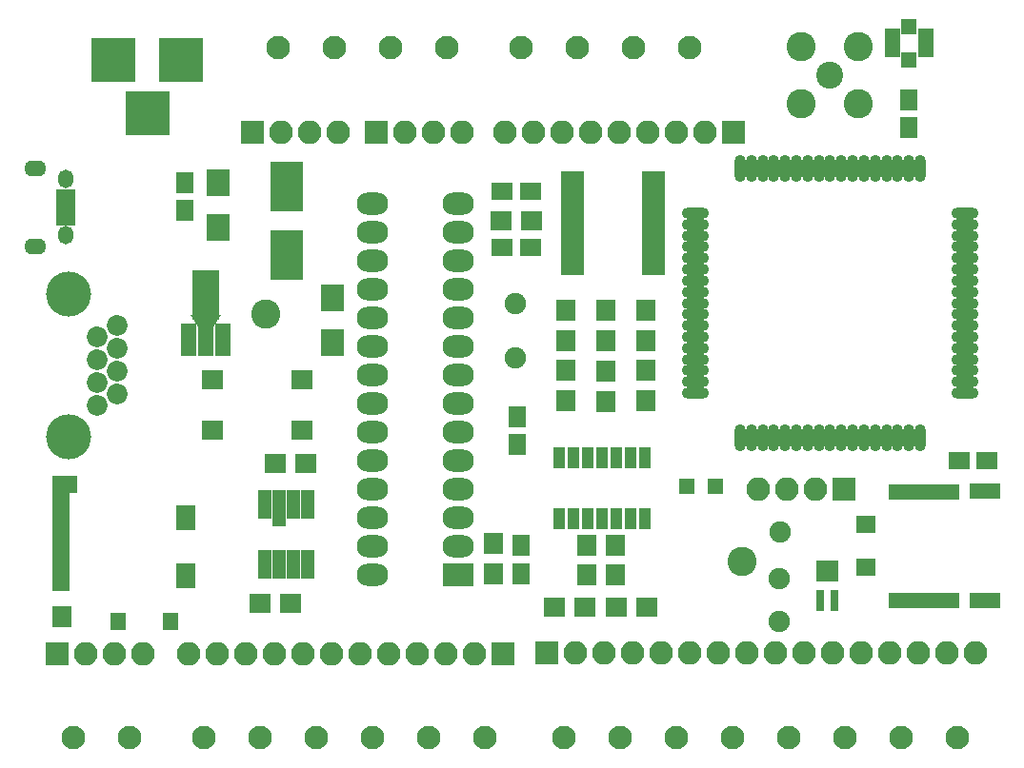
<source format=gts>
G04 #@! TF.GenerationSoftware,KiCad,Pcbnew,(5.1.2)-2*
G04 #@! TF.CreationDate,2019-11-01T20:16:41+11:00*
G04 #@! TF.ProjectId,BoSL_GSP,426f534c-5f47-4535-902e-6b696361645f,0.3*
G04 #@! TF.SameCoordinates,Original*
G04 #@! TF.FileFunction,Soldermask,Top*
G04 #@! TF.FilePolarity,Negative*
%FSLAX46Y46*%
G04 Gerber Fmt 4.6, Leading zero omitted, Abs format (unit mm)*
G04 Created by KiCad (PCBNEW (5.1.2)-2) date 2019-11-01 20:16:41*
%MOMM*%
%LPD*%
G04 APERTURE LIST*
%ADD10R,1.000000X1.900000*%
%ADD11C,2.600000*%
%ADD12C,1.850000*%
%ADD13C,4.000000*%
%ADD14R,2.100000X2.100000*%
%ADD15O,2.100000X2.100000*%
%ADD16R,1.700000X1.900000*%
%ADD17R,1.750000X2.300000*%
%ADD18R,1.400000X1.600000*%
%ADD19R,1.750000X1.950000*%
%ADD20R,2.200000X1.570000*%
%ADD21R,1.500000X1.150000*%
%ADD22R,1.500000X1.250000*%
%ADD23O,1.000000X2.400000*%
%ADD24O,2.400000X1.000000*%
%ADD25C,2.100000*%
%ADD26R,1.300000X2.650000*%
%ADD27R,1.300000X3.200000*%
%ADD28R,1.200000X1.400000*%
%ADD29R,2.700000X1.400000*%
%ADD30R,1.700000X1.500000*%
%ADD31C,2.400000*%
%ADD32R,2.000000X2.400000*%
%ADD33R,1.650000X1.900000*%
%ADD34R,1.900000X1.650000*%
%ADD35R,2.900000X4.400000*%
%ADD36R,3.900000X3.900000*%
%ADD37R,1.400000X1.400000*%
%ADD38R,2.800000X2.000000*%
%ADD39O,2.800000X2.000000*%
%ADD40R,1.900000X1.700000*%
%ADD41R,1.950000X1.700000*%
%ADD42C,1.900000*%
%ADD43R,1.400000X2.900000*%
%ADD44R,2.400000X4.400000*%
%ADD45C,1.150000*%
%ADD46C,0.100000*%
%ADD47R,0.800000X1.900000*%
%ADD48R,2.150000X0.850000*%
%ADD49R,1.750000X0.800000*%
%ADD50O,1.350000X1.650000*%
%ADD51O,1.950000X1.400000*%
%ADD52R,1.450000X2.600000*%
G04 APERTURE END LIST*
D10*
X152590000Y-109100000D03*
X153860000Y-109100000D03*
X155130000Y-109100000D03*
X156400000Y-109100000D03*
X157670000Y-109100000D03*
X158940000Y-109100000D03*
X160210000Y-109100000D03*
X160210000Y-103700000D03*
X158940000Y-103700000D03*
X157670000Y-103700000D03*
X156400000Y-103700000D03*
X155130000Y-103700000D03*
X153860000Y-103700000D03*
X152590000Y-103700000D03*
D11*
X126500000Y-90900000D03*
X168900000Y-112900000D03*
D12*
X113318000Y-98040000D03*
X113318000Y-96000000D03*
X113318000Y-93960000D03*
X113318000Y-91920000D03*
X111540000Y-99020000D03*
X111540000Y-92900000D03*
X111540000Y-96980000D03*
X111540000Y-94940000D03*
D13*
X109000000Y-89130000D03*
X109000000Y-101830000D03*
D14*
X168080000Y-74750000D03*
D15*
X165540000Y-74750000D03*
X163000000Y-74750000D03*
X160460000Y-74750000D03*
X157920000Y-74750000D03*
X155380000Y-74750000D03*
X152840000Y-74750000D03*
X150300000Y-74750000D03*
X147760000Y-74750000D03*
D14*
X151470000Y-121020000D03*
D15*
X154010000Y-121020000D03*
X156550000Y-121020000D03*
X159090000Y-121020000D03*
X161630000Y-121020000D03*
X164170000Y-121020000D03*
X166710000Y-121020000D03*
X169250000Y-121020000D03*
X171790000Y-121020000D03*
X174330000Y-121020000D03*
X176870000Y-121020000D03*
X179410000Y-121020000D03*
X181950000Y-121020000D03*
X184490000Y-121020000D03*
X187030000Y-121020000D03*
X189570000Y-121020000D03*
D16*
X160342000Y-93290000D03*
X160342000Y-90590000D03*
X156786000Y-93290000D03*
X156786000Y-90590000D03*
X153230000Y-93290000D03*
X153230000Y-90590000D03*
D17*
X119400000Y-109020000D03*
X119400000Y-114140000D03*
D18*
X118100000Y-118200000D03*
X113400000Y-118200000D03*
D19*
X108425000Y-117815000D03*
D20*
X108650000Y-106075000D03*
D21*
X108300000Y-107275000D03*
D22*
X108300000Y-108325000D03*
X108300000Y-109425000D03*
X108300000Y-110525000D03*
X108300000Y-111625000D03*
X108300000Y-112725000D03*
X108300000Y-113825000D03*
X108300000Y-114925000D03*
D23*
X168690000Y-77920000D03*
X169690000Y-77920000D03*
X170690000Y-77920000D03*
X171690000Y-77920000D03*
X172690000Y-77920000D03*
X173690000Y-77920000D03*
X174690000Y-77920000D03*
X175690000Y-77920000D03*
X176690000Y-77920000D03*
X177690000Y-77920000D03*
X178690000Y-77920000D03*
X179690000Y-77920000D03*
X180690000Y-77920000D03*
X181690000Y-77920000D03*
X182690000Y-77920000D03*
X183690000Y-77920000D03*
X184690000Y-77920000D03*
D24*
X188690000Y-81920000D03*
X188690000Y-82920000D03*
X188690000Y-83920000D03*
X188690000Y-84920000D03*
X188690000Y-85920000D03*
X188690000Y-86920000D03*
X188690000Y-87920000D03*
X188690000Y-88920000D03*
X188690000Y-89920000D03*
X188690000Y-90920000D03*
X188690000Y-91920000D03*
X188690000Y-92920000D03*
X188690000Y-93920000D03*
X188690000Y-94920000D03*
X188690000Y-95920000D03*
X188690000Y-96920000D03*
X188690000Y-97920000D03*
D23*
X184690000Y-101920000D03*
X183690000Y-101920000D03*
X182690000Y-101920000D03*
X181690000Y-101920000D03*
X180690000Y-101920000D03*
X179690000Y-101920000D03*
X178690000Y-101920000D03*
X177690000Y-101920000D03*
X176690000Y-101920000D03*
X175690000Y-101920000D03*
X174690000Y-101920000D03*
X173690000Y-101920000D03*
X172690000Y-101920000D03*
X171690000Y-101920000D03*
X170690000Y-101920000D03*
X169690000Y-101920000D03*
X168690000Y-101920000D03*
D24*
X164690000Y-91920000D03*
X164690000Y-97920000D03*
X164690000Y-96920000D03*
X164690000Y-95920000D03*
X164690000Y-94920000D03*
X164690000Y-93920000D03*
X164690000Y-92920000D03*
X164690000Y-90920000D03*
X164690000Y-89920000D03*
X164690000Y-88920000D03*
X164690000Y-87920000D03*
X164690000Y-86920000D03*
X164690000Y-85920000D03*
X164690000Y-84920000D03*
X164690000Y-81920000D03*
X164690000Y-82920000D03*
X164690000Y-83920000D03*
D25*
X146000000Y-128600000D03*
X141000000Y-128600000D03*
X136000000Y-128600000D03*
X131000000Y-128600000D03*
X126000000Y-128600000D03*
X121000000Y-128600000D03*
X127600000Y-67200000D03*
X132600000Y-67200000D03*
X137600000Y-67200000D03*
X142600000Y-67200000D03*
X114400000Y-128600000D03*
X109400000Y-128600000D03*
D26*
X126450000Y-107850000D03*
D27*
X127700000Y-108125000D03*
D26*
X129000000Y-107850000D03*
X126450000Y-113200000D03*
X127700000Y-113200000D03*
X130250000Y-113200000D03*
X129000000Y-113200000D03*
X130250000Y-107850000D03*
D28*
X185180000Y-116410000D03*
D29*
X190430000Y-116410000D03*
X183230000Y-116410000D03*
D30*
X179865000Y-113415000D03*
X179865000Y-109605000D03*
D29*
X183230000Y-106710000D03*
X190430000Y-106610000D03*
D28*
X187580000Y-116410000D03*
X186380000Y-116410000D03*
X185180000Y-106710000D03*
X186380000Y-106710000D03*
X187580000Y-106710000D03*
D25*
X149200000Y-67200000D03*
X154200000Y-67200000D03*
X159200000Y-67200000D03*
X164200000Y-67200000D03*
X188000000Y-128600000D03*
X183000000Y-128600000D03*
X178000000Y-128600000D03*
X173000000Y-128600000D03*
X168000000Y-128600000D03*
X163000000Y-128600000D03*
X158000000Y-128600000D03*
X153000000Y-128600000D03*
D11*
X174150000Y-67060000D03*
X179230000Y-67060000D03*
X179230000Y-72140000D03*
X174150000Y-72140000D03*
D31*
X176690000Y-69600000D03*
D32*
X132494000Y-93444000D03*
X132494000Y-89444000D03*
D33*
X148900000Y-102500000D03*
X148900000Y-100000000D03*
D34*
X150050000Y-85000000D03*
X147550000Y-85000000D03*
X190640000Y-103890000D03*
X188140000Y-103890000D03*
D33*
X119300000Y-79200000D03*
X119300000Y-81700000D03*
D32*
X122334000Y-79200000D03*
X122334000Y-83200000D03*
D35*
X128430000Y-79504000D03*
X128430000Y-85604000D03*
D34*
X150050000Y-80000000D03*
X147550000Y-80000000D03*
D33*
X149200000Y-114000000D03*
X149200000Y-111500000D03*
D36*
X119000000Y-68300000D03*
X113000000Y-68300000D03*
X116000000Y-73000000D03*
D37*
X163950000Y-106200000D03*
X166450000Y-106200000D03*
D16*
X155100000Y-114130000D03*
X155100000Y-111430000D03*
X157640000Y-114130000D03*
X157640000Y-111430000D03*
X153230000Y-95910000D03*
X153230000Y-98610000D03*
X156786000Y-95990000D03*
X156786000Y-98690000D03*
X160342000Y-95910000D03*
X160342000Y-98610000D03*
D38*
X143670000Y-114050000D03*
D39*
X136050000Y-81030000D03*
X143670000Y-111510000D03*
X136050000Y-83570000D03*
X143670000Y-108970000D03*
X136050000Y-86110000D03*
X143670000Y-106430000D03*
X136050000Y-88650000D03*
X143670000Y-103890000D03*
X136050000Y-91190000D03*
X143670000Y-101350000D03*
X136050000Y-93730000D03*
X143670000Y-98810000D03*
X136050000Y-96270000D03*
X143670000Y-96270000D03*
X136050000Y-98810000D03*
X143670000Y-93730000D03*
X136050000Y-101350000D03*
X143670000Y-91190000D03*
X136050000Y-103890000D03*
X143670000Y-88650000D03*
X136050000Y-106430000D03*
X143670000Y-86110000D03*
X136050000Y-108970000D03*
X143670000Y-83570000D03*
X136050000Y-111510000D03*
X143670000Y-81030000D03*
X136050000Y-114050000D03*
D14*
X136322000Y-74750000D03*
D15*
X138862000Y-74750000D03*
X141402000Y-74750000D03*
X143942000Y-74750000D03*
D14*
X125360000Y-74750000D03*
D15*
X127900000Y-74750000D03*
X130440000Y-74750000D03*
X132980000Y-74750000D03*
D14*
X107950000Y-121158000D03*
D15*
X110490000Y-121158000D03*
X113030000Y-121158000D03*
X115570000Y-121158000D03*
D14*
X177960000Y-106430000D03*
D15*
X175420000Y-106430000D03*
X172880000Y-106430000D03*
X170340000Y-106430000D03*
D16*
X146800000Y-111300000D03*
X146800000Y-114000000D03*
D40*
X127400000Y-104200000D03*
X130100000Y-104200000D03*
X126000000Y-116600000D03*
X128700000Y-116600000D03*
X154900000Y-117000000D03*
X152200000Y-117000000D03*
X157700000Y-117000000D03*
X160400000Y-117000000D03*
D41*
X129775000Y-101250000D03*
X121825000Y-101250000D03*
X129775000Y-96750000D03*
X121825000Y-96750000D03*
D42*
X172200000Y-114400000D03*
X172200000Y-118200000D03*
X172226000Y-110294000D03*
D43*
X119700000Y-93180000D03*
X121200000Y-93180000D03*
X122700000Y-93180000D03*
D44*
X121200000Y-89220000D03*
D45*
X121200000Y-91570000D03*
D46*
G36*
X122573703Y-90995000D02*
G01*
X121807037Y-92145000D01*
X120592963Y-92145000D01*
X119826297Y-90995000D01*
X122573703Y-90995000D01*
X122573703Y-90995000D01*
G37*
D47*
X177100000Y-113740000D03*
X176450000Y-113740000D03*
X175800000Y-113740000D03*
X175800000Y-116400000D03*
X177100000Y-116400000D03*
D48*
X160986000Y-87033000D03*
X160986000Y-86383000D03*
X160986000Y-85733000D03*
X160986000Y-85083000D03*
X160986000Y-84433000D03*
X160986000Y-83783000D03*
X160986000Y-83133000D03*
X160986000Y-82483000D03*
X160986000Y-81833000D03*
X160986000Y-81183000D03*
X160986000Y-80533000D03*
X160986000Y-79883000D03*
X160986000Y-79233000D03*
X160986000Y-78583000D03*
X153786000Y-78583000D03*
X153786000Y-79233000D03*
X153786000Y-79883000D03*
X153786000Y-80533000D03*
X153786000Y-81183000D03*
X153786000Y-81833000D03*
X153786000Y-82483000D03*
X153786000Y-83133000D03*
X153786000Y-83783000D03*
X153786000Y-84433000D03*
X153786000Y-85083000D03*
X153786000Y-85733000D03*
X153786000Y-86383000D03*
X153786000Y-87033000D03*
D42*
X148750000Y-89920000D03*
X148750000Y-94800000D03*
D14*
X147586000Y-121112000D03*
D15*
X145046000Y-121112000D03*
X142506000Y-121112000D03*
X139966000Y-121112000D03*
X137426000Y-121112000D03*
X134886000Y-121112000D03*
X132346000Y-121112000D03*
X129806000Y-121112000D03*
X127266000Y-121112000D03*
X124726000Y-121112000D03*
X122186000Y-121112000D03*
X119646000Y-121112000D03*
D49*
X108750000Y-80100000D03*
X108750000Y-80750000D03*
X108750000Y-81400000D03*
X108750000Y-82050000D03*
X108750000Y-82700000D03*
D50*
X108750000Y-78900000D03*
X108750000Y-83900000D03*
D51*
X106050000Y-77900000D03*
X106050000Y-84900000D03*
D40*
X150150000Y-82600000D03*
X147450000Y-82600000D03*
D37*
X183700000Y-68300000D03*
X183700000Y-65300000D03*
D52*
X185175000Y-66800000D03*
X182225000Y-66800000D03*
D33*
X183700000Y-74300000D03*
X183700000Y-71800000D03*
M02*

</source>
